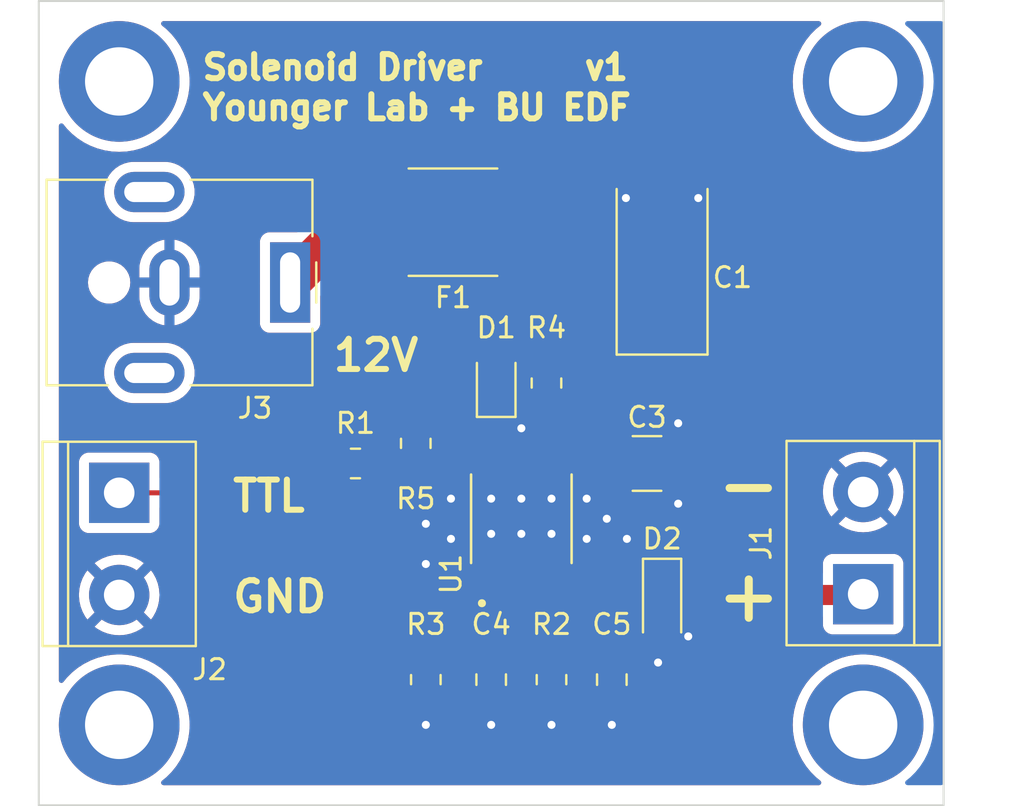
<source format=kicad_pcb>
(kicad_pcb (version 20221018) (generator pcbnew)
  (layers (0 "F.Cu" signal) (31 "B.Cu" signal) (34 "B.Paste" user) (35 "F.Paste" user) (36 "B.SilkS" user "B.Silkscreen") (37 "F.SilkS" user "F.Silkscreen") (38 "B.Mask" user) (39 "F.Mask" user) (44 "Edge.Cuts" user))
  (net 0 "")
  (net 1 "+12V")
  (net 2 "GND")
  (net 3 "/delay")
  (net 4 "Net-(U1-BOOT)")
  (net 5 "/fault")
  (net 6 "Net-(D1-A)")
  (net 7 "/out")
  (net 8 "/12V_IN")
  (net 9 "/freq")
  (net 10 "/duty")
  (net 11 "/in")
  (net 12 "/in_term")
  (footprint "Resistor_SMD:R_0805_2012Metric" (layer "F.Cu") (at 145.25 125.75 90)
    (fp_text reference "R3" (at 2.75 0 180) (layer "F.SilkS"))
    (fp_text value "162k")
    (fp_line (start -0.227064 -0.735) (end 0.227064 -0.735) (stroke (width 0.12)) (layer "F.SilkS"))
    (fp_line (start -0.227064 0.735) (end 0.227064 0.735) (stroke (width 0.12)) (layer "F.SilkS"))
    (pad "1" smd roundrect (at -0.9125 0 90) (size 1.025 1.4) (layers "F.Cu" "F.Paste" "F.Mask") (roundrect_rratio 0.243902439) (net 2 "GND"))
    (pad "2" smd roundrect (at 0.9125 0 90) (size 1.025 1.4) (layers "F.Cu" "F.Paste" "F.Mask") (roundrect_rratio 0.243902439) (net 10 "/duty"))
  )
  (footprint "Resistor_SMD:R_0805_2012Metric" (layer "F.Cu") (at 141.75 115)
    (fp_text reference "R1" (at 0 -2) (layer "F.SilkS"))
    (fp_text value "49R9")
    (fp_line (start -0.227064 -0.735) (end 0.227064 -0.735) (stroke (width 0.12)) (layer "F.SilkS"))
    (fp_line (start -0.227064 0.735) (end 0.227064 0.735) (stroke (width 0.12)) (layer "F.SilkS"))
    (pad "1" smd roundrect (at -0.9125 0) (size 1.025 1.4) (layers "F.Cu" "F.Paste" "F.Mask") (roundrect_rratio 0.243902439) (net 11 "/in"))
    (pad "2" smd roundrect (at 0.9125 0) (size 1.025 1.4) (layers "F.Cu" "F.Paste" "F.Mask") (roundrect_rratio 0.243902439) (net 12 "/in_term"))
  )
  (footprint "Capacitor_SMD:C_1210_3225Metric" (layer "F.Cu") (at 156.25 115)
    (fp_text reference "C3" (at 0 -2.3) (layer "F.SilkS"))
    (fp_text value "10uF")
    (fp_line (start -0.711252 -1.36) (end 0.711252 -1.36) (stroke (width 0.12)) (layer "F.SilkS"))
    (fp_line (start -0.711252 1.36) (end 0.711252 1.36) (stroke (width 0.12)) (layer "F.SilkS"))
    (pad "1" smd roundrect (at -1.475 0) (size 1.15 2.7) (layers "F.Cu" "F.Paste" "F.Mask") (roundrect_rratio 0.2173913043) (net 1 "+12V"))
    (pad "2" smd roundrect (at 1.475 0) (size 1.15 2.7) (layers "F.Cu" "F.Paste" "F.Mask") (roundrect_rratio 0.2173913043) (net 2 "GND"))
  )
  (footprint "Fuse:Fuse_2920_7451Metric" (layer "F.Cu") (at 146.6 103)
    (fp_text reference "F1" (at 0 3.75) (layer "F.SilkS"))
    (fp_text value "0ZCF0125FF2C")
    (fp_line (start -2.203752 -2.67) (end 2.203752 -2.67) (stroke (width 0.12)) (layer "F.SilkS"))
    (fp_line (start -2.203752 2.67) (end 2.203752 2.67) (stroke (width 0.12)) (layer "F.SilkS"))
    (pad "1" smd roundrect (at -3.3875 0) (size 1.925 5.45) (layers "F.Cu" "F.Paste" "F.Mask") (roundrect_rratio 0.1298701299) (net 8 "/12V_IN"))
    (pad "2" smd roundrect (at 3.3875 0) (size 1.925 5.45) (layers "F.Cu" "F.Paste" "F.Mask") (roundrect_rratio 0.1298701299) (net 1 "+12V"))
  )
  (footprint "Resistor_SMD:R_0805_2012Metric" (layer "F.Cu") (at 144.75 114 -90)
    (fp_text reference "R5" (at 2.75 0 -180) (layer "F.SilkS"))
    (fp_text value "4k7")
    (fp_line (start -0.227064 -0.735) (end 0.227064 -0.735) (stroke (width 0.12)) (layer "F.SilkS"))
    (fp_line (start -0.227064 0.735) (end 0.227064 0.735) (stroke (width 0.12)) (layer "F.SilkS"))
    (pad "1" smd roundrect (at -0.9125 0 270) (size 1.025 1.4) (layers "F.Cu" "F.Paste" "F.Mask") (roundrect_rratio 0.243902439) (net 2 "GND"))
    (pad "2" smd roundrect (at 0.9125 0 270) (size 1.025 1.4) (layers "F.Cu" "F.Paste" "F.Mask") (roundrect_rratio 0.243902439) (net 12 "/in_term"))
  )
  (footprint "driver-v0:IC_TPS27S100BPWPR" (layer "F.Cu") (at 150 117.75 90)
    (fp_text reference "U1" (at -2.75 -3.5 90) (layer "F.SilkS"))
    (fp_text value "DRV104PWP")
    (fp_line (start -2.2 -2.5) (end 2.2 -2.5) (stroke (width 0.127)) (layer "F.SilkS"))
    (fp_line (start -2.2 2.5) (end 2.2 2.5) (stroke (width 0.127)) (layer "F.SilkS"))
    (fp_circle (center -4.2 -1.96) (end -4.1 -1.96) (stroke (width 0.2)) (fill none) (layer "F.SilkS"))
    (pad "1" smd rect (at -2.8 -1.95 90) (size 1.6 0.3) (layers "F.Cu" "F.Mask") (net 10 "/duty"))
    (pad "2" smd rect (at -2.8 -1.3 90) (size 1.6 0.3) (layers "F.Cu" "F.Mask") (net 3 "/delay"))
    (pad "3" smd rect (at -2.8 -0.65 90) (size 1.6 0.3) (layers "F.Cu" "F.Mask") (net 9 "/freq"))
    (pad "4" smd rect (at -2.8 0 90) (size 1.6 0.3) (layers "F.Cu" "F.Mask"))
    (pad "5" smd rect (at -2.8 0.65 90) (size 1.6 0.3) (layers "F.Cu" "F.Mask") (net 4 "Net-(U1-BOOT)"))
    (pad "6" smd rect (at -2.8 1.3 90) (size 1.6 0.3) (layers "F.Cu" "F.Mask") (net 7 "/out"))
    (pad "7" smd rect (at -2.8 1.95 90) (size 1.6 0.3) (layers "F.Cu" "F.Mask") (net 7 "/out"))
    (pad "8" smd rect (at 2.8 1.95 90) (size 1.6 0.3) (layers "F.Cu" "F.Mask") (net 1 "+12V"))
    (pad "9" smd rect (at 2.8 1.3 90) (size 1.6 0.3) (layers "F.Cu" "F.Mask") (net 1 "+12V"))
    (pad "10" smd rect (at 2.8 0.65 90) (size 1.6 0.3) (layers "F.Cu" "F.Mask") (net 1 "+12V"))
    (pad "11" smd rect (at 2.8 0 90) (size 1.6 0.3) (layers "F.Cu" "F.Mask") (net 2 "GND"))
    (pad "12" smd rect (at 2.8 -0.65 90) (size 1.6 0.3) (layers "F.Cu" "F.Mask"))
    (pad "13" smd rect (at 2.8 -1.3 90) (size 1.6 0.3) (layers "F.Cu" "F.Mask") (net 5 "/fault"))
    (pad "14" smd rect (at 2.8 -1.95 90) (size 1.6 0.3) (layers "F.Cu" "F.Mask") (net 12 "/in_term"))
    (pad "15" smd rect (at 0 0 90) (size 3.4 5) (layers "F.Cu") (net 2 "GND"))
  )
  (footprint "Diode_SMD:Nexperia_CFP3_SOD-123W" (layer "F.Cu") (at 157 122 -90)
    (fp_text reference "D2" (at -3.25 0 -180) (layer "F.SilkS"))
    (fp_text value "PMEG10010ELRX")
    (fp_line (start -2.26 -0.95) (end -2.26 0.95) (stroke (width 0.12)) (layer "F.SilkS"))
    (fp_line (start -2.26 -0.95) (end 1.4 -0.95) (stroke (width 0.12)) (layer "F.SilkS"))
    (fp_line (start -2.26 0.95) (end 1.4 0.95) (stroke (width 0.12)) (layer "F.SilkS"))
    (pad "1" smd rect (at -1.4 0 270) (size 1.2 1.2) (layers "F.Cu" "F.Paste" "F.Mask") (net 7 "/out"))
    (pad "2" smd rect (at 1.4 0 270) (size 1.2 1.2) (layers "F.Cu" "F.Paste" "F.Mask") (net 2 "GND"))
  )
  (footprint "TerminalBlock:TerminalBlock_bornier-2_P5.08mm" (layer "F.Cu") (at 130 116.46 -90)
    (fp_text reference "J2" (at 8.79 -4.5 -180) (layer "F.SilkS"))
    (fp_text value "Screw_Terminal_01x02")
    (fp_line (start -2.54 -3.81) (end -2.54 3.81) (stroke (width 0.12)) (layer "F.SilkS"))
    (fp_line (start -2.54 3.81) (end 7.62 3.81) (stroke (width 0.12)) (layer "F.SilkS"))
    (fp_line (start 7.62 -3.81) (end -2.54 -3.81) (stroke (width 0.12)) (layer "F.SilkS"))
    (fp_line (start 7.62 2.54) (end -2.54 2.54) (stroke (width 0.12)) (layer "F.SilkS"))
    (fp_line (start 7.62 3.81) (end 7.62 -3.81) (stroke (width 0.12)) (layer "F.SilkS"))
    (pad "1" thru_hole rect (at 0 0 270) (size 3 3) (drill 1.52) (layers "*.Cu" "*.Mask") (net 11 "/in"))
    (pad "2" thru_hole circle (at 5.08 0 270) (size 3 3) (drill 1.52) (layers "*.Cu" "*.Mask") (net 2 "GND"))
  )
  (footprint "LED_SMD:LED_0805_2012Metric" (layer "F.Cu") (at 148.75 111 90)
    (fp_text reference "D1" (at 2.75 0 180) (layer "F.SilkS"))
    (fp_text value "LED")
    (fp_line (start -1.685 -0.96) (end -1.685 0.96) (stroke (width 0.12)) (layer "F.SilkS"))
    (fp_line (start -1.685 0.96) (end 1 0.96) (stroke (width 0.12)) (layer "F.SilkS"))
    (fp_line (start 1 -0.96) (end -1.685 -0.96) (stroke (width 0.12)) (layer "F.SilkS"))
    (pad "1" smd roundrect (at -0.9375 0 90) (size 0.975 1.4) (layers "F.Cu" "F.Paste" "F.Mask") (net 5 "/fault"))
    (pad "2" smd roundrect (at 0.9375 0 90) (size 0.975 1.4) (layers "F.Cu" "F.Paste" "F.Mask") (net 6 "Net-(D1-A)"))
  )
  (footprint "Capacitor_SMD:C_0805_2012Metric" (layer "F.Cu") (at 148.5 125.75 90)
    (fp_text reference "C4" (at 2.75 0 180) (layer "F.SilkS"))
    (fp_text value "18nF")
    (fp_line (start -0.261252 -0.735) (end 0.261252 -0.735) (stroke (width 0.12)) (layer "F.SilkS"))
    (fp_line (start -0.261252 0.735) (end 0.261252 0.735) (stroke (width 0.12)) (layer "F.SilkS"))
    (pad "1" smd roundrect (at -0.95 0 90) (size 1 1.45) (layers "F.Cu" "F.Paste" "F.Mask") (net 2 "GND"))
    (pad "2" smd roundrect (at 0.95 0 90) (size 1 1.45) (layers "F.Cu" "F.Paste" "F.Mask") (net 3 "/delay"))
  )
  (footprint "Resistor_SMD:R_0805_2012Metric" (layer "F.Cu") (at 151.5 125.75 90)
    (fp_text reference "R2" (at 2.75 0 180) (layer "F.SilkS"))
    (fp_text value "191k")
    (fp_line (start -0.227064 -0.735) (end 0.227064 -0.735) (stroke (width 0.12)) (layer "F.SilkS"))
    (fp_line (start -0.227064 0.735) (end 0.227064 0.735) (stroke (width 0.12)) (layer "F.SilkS"))
    (pad "1" smd roundrect (at -0.9125 0 90) (size 1.025 1.4) (layers "F.Cu" "F.Paste" "F.Mask") (roundrect_rratio 0.243902439) (net 2 "GND"))
    (pad "2" smd roundrect (at 0.9125 0 90) (size 1.025 1.4) (layers "F.Cu" "F.Paste" "F.Mask") (roundrect_rratio 0.243902439) (net 9 "/freq"))
  )
  (footprint "Connector_BarrelJack:BarrelJack_CUI_PJ-063AH_Horizontal" (layer "F.Cu") (at 138.5 106 -90)
    (fp_text reference "J3" (at 6.25 1.75 -180) (layer "F.SilkS"))
    (fp_text value "Barrel_Jack")
    (fp_line (start -5.11 -1.11) (end -2.3 -1.11) (stroke (width 0.12)) (layer "F.SilkS"))
    (fp_line (start -5.11 4.95) (end -5.11 -1.11) (stroke (width 0.12)) (layer "F.SilkS"))
    (fp_line (start -5.11 12.11) (end -5.11 9.05) (stroke (width 0.12)) (layer "F.SilkS"))
    (fp_line (start -1 -1.3) (end 1 -1.3) (stroke (width 0.12)) (layer "F.SilkS"))
    (fp_line (start 2.3 -1.11) (end 5.11 -1.11) (stroke (width 0.12)) (layer "F.SilkS"))
    (fp_line (start 5.11 -1.11) (end 5.11 4.95) (stroke (width 0.12)) (layer "F.SilkS"))
    (fp_line (start 5.11 9.05) (end 5.11 12.11) (stroke (width 0.12)) (layer "F.SilkS"))
    (fp_line (start 5.11 12.11) (end -5.11 12.11) (stroke (width 0.12)) (layer "F.SilkS"))
    (pad "" np_thru_hole circle (at 0 9 270) (size 1.6 1.6) (drill 1.6) (layers "*.Cu" "*.Mask"))
    (pad "1" thru_hole rect (at 0 0 270) (size 4 2) (drill oval 3 1) (layers "*.Cu" "*.Mask") (net 8 "/12V_IN"))
    (pad "2" thru_hole oval (at 0 6 270) (size 3.3 2) (drill oval 2.3 1) (layers "*.Cu" "*.Mask") (net 2 "GND"))
    (pad "MP" thru_hole oval (at -4.5 7 270) (size 2 3.5) (drill oval 1 2.5) (layers "*.Cu" "*.Mask"))
    (pad "MP" thru_hole oval (at 4.5 7 270) (size 2 3.5) (drill oval 1 2.5) (layers "*.Cu" "*.Mask"))
  )
  (footprint "Resistor_SMD:R_0805_2012Metric" (layer "F.Cu") (at 151.25 111 90)
    (fp_text reference "R4" (at 2.75 0) (layer "F.SilkS"))
    (fp_text value "4k7")
    (fp_line (start -0.227064 -0.735) (end 0.227064 -0.735) (stroke (width 0.12)) (layer "F.SilkS"))
    (fp_line (start -0.227064 0.735) (end 0.227064 0.735) (stroke (width 0.12)) (layer "F.SilkS"))
    (pad "1" smd roundrect (at -0.9125 0 90) (size 1.025 1.4) (layers "F.Cu" "F.Paste" "F.Mask") (roundrect_rratio 0.243902439) (net 1 "+12V"))
    (pad "2" smd roundrect (at 0.9125 0 90) (size 1.025 1.4) (layers "F.Cu" "F.Paste" "F.Mask") (roundrect_rratio 0.243902439) (net 6 "Net-(D1-A)"))
  )
  (footprint "Capacitor_SMD:C_0805_2012Metric" (layer "F.Cu") (at 154.5 125.75 90)
    (fp_text reference "C5" (at 2.75 0 180) (layer "F.SilkS"))
    (fp_text value "470pF")
    (fp_line (start -0.261252 -0.735) (end 0.261252 -0.735) (stroke (width 0.12)) (layer "F.SilkS"))
    (fp_line (start -0.261252 0.735) (end 0.261252 0.735) (stroke (width 0.12)) (layer "F.SilkS"))
    (pad "1" smd roundrect (at -0.95 0 90) (size 1 1.45) (layers "F.Cu" "F.Paste" "F.Mask") (net 2 "GND"))
    (pad "2" smd roundrect (at 0.95 0 90) (size 1 1.45) (layers "F.Cu" "F.Paste" "F.Mask") (net 4 "Net-(U1-BOOT)"))
  )
  (footprint "TerminalBlock:TerminalBlock_bornier-2_P5.08mm" (layer "F.Cu") (at 167 121.5 90)
    (fp_text reference "J1" (at 2.54 -5.08 90) (layer "F.SilkS"))
    (fp_text value "Screw_Terminal_01x02")
    (fp_line (start -2.54 -3.81) (end -2.54 3.81) (stroke (width 0.12)) (layer "F.SilkS"))
    (fp_line (start -2.54 3.81) (end 7.62 3.81) (stroke (width 0.12)) (layer "F.SilkS"))
    (fp_line (start 7.62 -3.81) (end -2.54 -3.81) (stroke (width 0.12)) (layer "F.SilkS"))
    (fp_line (start 7.62 2.54) (end -2.54 2.54) (stroke (width 0.12)) (layer "F.SilkS"))
    (fp_line (start 7.62 3.81) (end 7.62 -3.81) (stroke (width 0.12)) (layer "F.SilkS"))
    (pad "1" thru_hole rect (at 0 0 90) (size 3 3) (drill 1.52) (layers "*.Cu" "*.Mask") (net 7 "/out"))
    (pad "2" thru_hole circle (at 5.08 0 90) (size 3 3) (drill 1.52) (layers "*.Cu" "*.Mask") (net 2 "GND"))
  )
  (footprint "Capacitor_Tantalum_SMD:CP_EIA-7343-43_Kemet-X_Pad2.25x2.55mm_HandSolder" (layer "F.Cu") (at 157 105 90)
    (fp_text reference "C1" (at -0.75 3.5) (layer "F.SilkS"))
    (fp_text value "47uF")
    (fp_line (start -4.585 -2.26) (end -4.585 2.26) (stroke (width 0.12)) (layer "F.SilkS"))
    (fp_line (start -4.585 2.26) (end 3.65 2.26) (stroke (width 0.12)) (layer "F.SilkS"))
    (fp_line (start 3.65 -2.26) (end -4.585 -2.26) (stroke (width 0.12)) (layer "F.SilkS"))
    (pad "1" smd roundrect (at -3.2 0 90) (size 2.25 2.55) (layers "F.Cu" "F.Paste" "F.Mask") (roundrect_rratio 0.1111111111) (net 1 "+12V"))
    (pad "2" smd roundrect (at 3.2 0 90) (size 2.25 2.55) (layers "F.Cu" "F.Paste" "F.Mask") (roundrect_rratio 0.1111111111) (net 2 "GND"))
  )
  (gr_rect (start 126 92) (end 171 132) (stroke (width 0.1)) (fill none) (layer "Edge.Cuts"))
  (gr_text "Younger Lab + BU EDF" (at 134 98) (layer "F.SilkS") (effects (font (size 1.2 1.2) (thickness 0.3) bold) (justify left bottom)))
  (gr_text "Solenoid Driver" (at 134 96) (layer "F.SilkS") (effects (font (size 1.2 1.2) (thickness 0.3) bold) (justify left bottom)))
  (gr_text "-" (at 159.5 117.5) (layer "F.SilkS") (effects (font (size 2.5 2.5) (thickness 0.4)) (justify left bottom)))
  (gr_text "+" (at 159.5 123) (layer "F.SilkS") (effects (font (size 2.5 2.5) (thickness 0.4)) (justify left bottom)))
  (gr_text "TTL" (at 135.5 117.5) (layer "F.SilkS") (effects (font (size 1.5 1.5) (thickness 0.3) bold) (justify left bottom)))
  (gr_text "v1" (at 153 96) (layer "F.SilkS") (effects (font (size 1.2 1.2) (thickness 0.3) bold) (justify left bottom)))
  (gr_text "12V" (at 140.5 110.5) (layer "F.SilkS") (effects (font (size 1.5 1.5) (thickness 0.3) bold) (justify left bottom)))
  (gr_text "GND" (at 135.5 122.5) (layer "F.SilkS") (effects (font (size 1.5 1.5) (thickness 0.3) bold) (justify left bottom)))
  (via (at 167 128) (size 6) (drill 3.4) (layers "F.Cu" "B.Cu") (net 0))
  (via (at 130 96) (size 6) (drill 3.4) (layers "F.Cu" "B.Cu") (net 0))
  (via (at 130 128) (size 6) (drill 3.4) (layers "F.Cu" "B.Cu") (net 0))
  (via (at 167 96) (size 6) (drill 3.4) (layers "F.Cu" "B.Cu") (net 0))
  (segment (start 151.25 111.9125) (end 154.2 111.9125) (width 0.25) (layer "F.Cu") (net 1))
  (segment (start 153.6 108.2) (end 153.2 107.8) (width 1) (layer "F.Cu") (net 1))
  (segment (start 154.775 111.825) (end 154.775 115) (width 1) (layer "F.Cu") (net 1))
  (segment (start 157 108.2) (end 153.6 108.2) (width 1) (layer "F.Cu") (net 1))
  (segment (start 150.1875 103.2) (end 149.9875 103) (width 1) (layer "F.Cu") (net 1))
  (segment (start 150.75 114.95) (end 154.825 114.95) (width 0.5) (layer "F.Cu") (net 1))
  (segment (start 153.2 107.8) (end 153.2 104) (width 1) (layer "F.Cu") (net 1))
  (segment (start 154.775 112.4875) (end 154.2 111.9125) (width 0.25) (layer "F.Cu") (net 1))
  (segment (start 152.4 103.2) (end 150.1875 103.2) (width 1) (layer "F.Cu") (net 1))
  (segment (start 157 109.6) (end 154.775 111.825) (width 1) (layer "F.Cu") (net 1))
  (segment (start 157 108.2) (end 157 109.6) (width 1) (layer "F.Cu") (net 1))
  (segment (start 153.2 104) (end 152.4 103.2) (width 1) (layer "F.Cu") (net 1))
  (segment (start 154.775 115) (end 154.775 112.4875) (width 0.25) (layer "F.Cu") (net 1))
  (segment (start 156.8 123.5) (end 158.2 123.5) (width 0.25) (layer "F.Cu") (net 2))
  (segment (start 150 117.75) (end 150.75 117.75) (width 0.25) (layer "F.Cu") (net 2))
  (segment (start 157.725 116.925) (end 157.8 117) (width 0.25) (layer "F.Cu") (net 2))
  (segment (start 148.5 126.7) (end 148.5 128) (width 0.25) (layer "F.Cu") (net 2))
  (segment (start 157 101.8) (end 158.8 101.8) (width 0.25) (layer "F.Cu") (net 2))
  (segment (start 145.25 126.6625) (end 145.25 128) (width 0.25) (layer "F.Cu") (net 2))
  (segment (start 156.8 124.9) (end 156.8 123.5) (width 0.25) (layer "F.Cu") (net 2))
  (segment (start 157 101.8) (end 155.2 101.8) (width 0.25) (layer "F.Cu") (net 2))
  (segment (start 151.5 126.6625) (end 151.5 128) (width 0.25) (layer "F.Cu") (net 2))
  (segment (start 157.725 113.075) (end 157.8 113) (width 0.25) (layer "F.Cu") (net 2))
  (segment (start 150.75 117.75) (end 151.5 118.5) (width 0.25) (layer "F.Cu") (net 2))
  (segment (start 150 114.95) (end 150 113.25) (width 0.3) (layer "F.Cu") (net 2))
  (segment (start 158.2 123.5) (end 158.3 123.6) (width 0.25) (layer "F.Cu") (net 2))
  (segment (start 154.5 126.7) (end 154.5 128) (width 0.25) (layer "F.Cu") (net 2))
  (segment (start 157.725 115) (end 157.725 116.925) (width 0.25) (layer "F.Cu") (net 2))
  (segment (start 157.725 115) (end 157.725 113.075) (width 0.25) (layer "F.Cu") (net 2))
  (segment (start 150 113.25) (end 150 113) (width 0.25) (layer "F.Cu") (net 2))
  (via (at 150 118.5) (size 0.8) (drill 0.4) (layers "F.Cu" "B.Cu") (net 2))
  (via (at 157.8 117) (size 0.8) (drill 0.4) (layers "F.Cu" "B.Cu") (net 2))
  (via (at 158.8 101.8) (size 0.8) (drill 0.4) (layers "F.Cu" "B.Cu") (net 2))
  (via (at 151.5 118.5) (size 0.8) (drill 0.4) (layers "F.Cu" "B.Cu") (net 2))
  (via (at 145.25 120) (size 0.8) (drill 0.4) (layers "F.Cu" "B.Cu") (net 2))
  (via (at 153.25 118.75) (size 0.8) (drill 0.4) (layers "F.Cu" "B.Cu") (net 2))
  (via (at 148.5 118.5) (size 0.8) (drill 0.4) (layers "F.Cu" "B.Cu") (net 2))
  (via (at 151.5 116.75) (size 0.8) (drill 0.4) (layers "F.Cu" "B.Cu") (net 2))
  (via (at 146.5 118.75) (size 0.8) (drill 0.4) (layers "F.Cu" "B.Cu") (net 2))
  (via (at 154.25 117.75) (size 0.8) (drill 0.4) (layers "F.Cu" "B.Cu") (net 2))
  (via (at 157.8 113) (size 0.8) (drill 0.4) (layers "F.Cu" "B.Cu") (net 2))
  (via (at 158.3 123.6) (size 0.8) (drill 0.4) (layers "F.Cu" "B.Cu") (net 2))
  (via (at 153.25 116.75) (size 0.8) (drill 0.4) (layers "F.Cu" "B.Cu") (net 2))
  (via (at 156.8 124.9) (size 0.8) (drill 0.4) (layers "F.Cu" "B.Cu") (net 2))
  (via (at 155.2 101.8) (size 0.8) (drill 0.4) (layers "F.Cu" "B.Cu") (net 2))
  (via (at 154.5 128) (size 0.8) (drill 0.4) (layers "F.Cu" "B.Cu") (net 2))
  (via (at 148.5 128) (size 0.8) (drill 0.4) (layers "F.Cu" "B.Cu") (net 2))
  (via (at 155.25 118.75) (size 0.8) (drill 0.4) (layers "F.Cu" "B.Cu") (net 2))
  (via (at 151.5 128) (size 0.8) (drill 0.4) (layers "F.Cu" "B.Cu") (net 2))
  (via (at 145.25 118) (size 0.8) (drill 0.4) (layers "F.Cu" "B.Cu") (net 2))
  (via (at 148.5 116.75) (size 0.8) (drill 0.4) (layers "F.Cu" "B.Cu") (net 2))
  (via (at 150 113.25) (size 0.8) (drill 0.4) (layers "F.Cu" "B.Cu") (net 2))
  (via (at 145.25 128) (size 0.8) (drill 0.4) (layers "F.Cu" "B.Cu") (net 2))
  (via (at 150 116.75) (size 0.8) (drill 0.4) (layers "F.Cu" "B.Cu") (net 2))
  (via (at 146.5 116.75) (size 0.8) (drill 0.4) (layers "F.Cu" "B.Cu") (net 2))
  (segment (start 148.7 120.55) (end 148.7 123.6) (width 0.25) (layer "F.Cu") (net 3))
  (segment (start 148.5 123.8) (end 148.5 124.8) (width 0.25) (layer "F.Cu") (net 3))
  (segment (start 148.7 123.6) (end 148.5 123.8) (width 0.25) (layer "F.Cu") (net 3))
  (segment (start 154 123) (end 152 123) (width 0.25) (layer "F.Cu") (net 4))
  (segment (start 152 123) (end 150.65 121.65) (width 0.25) (layer "F.Cu") (net 4))
  (segment (start 154.5 124.8) (end 154.5 123.5) (width 0.25) (layer "F.Cu") (net 4))
  (segment (start 154.5 123.5) (end 154 123) (width 0.25) (layer "F.Cu") (net 4))
  (segment (start 150.65 121.65) (end 150.65 120.55) (width 0.25) (layer "F.Cu") (net 4))
  (segment (start 148.7 111.9875) (end 148.7 114.95) (width 0.25) (layer "F.Cu") (net 5))
  (segment (start 148.75 111.9375) (end 148.7 111.9875) (width 0.25) (layer "F.Cu") (net 5))
  (segment (start 148.75 110.0625) (end 151.225 110.0625) (width 0.25) (layer "F.Cu") (net 6))
  (segment (start 151.225 110.0625) (end 151.25 110.0875) (width 0.25) (layer "F.Cu") (net 6))
  (segment (start 152.15 120.75) (end 151.95 120.55) (width 0.5) (layer "F.Cu") (net 7))
  (segment (start 161.5 120.4) (end 153.35 120.4) (width 1) (layer "F.Cu") (net 7))
  (segment (start 166.96 121.54) (end 162.64 121.54) (width 1) (layer "F.Cu") (net 7))
  (segment (start 151.95 120.55) (end 151.5 120.55) (width 0.5) (layer "F.Cu") (net 7))
  (segment (start 162.64 121.54) (end 161.5 120.4) (width 1) (layer "F.Cu") (net 7))
  (segment (start 167 121.5) (end 166.96 121.54) (width 1) (layer "F.Cu") (net 7))
  (segment (start 153.35 120.4) (end 153 120.75) (width 1) (layer "F.Cu") (net 7))
  (segment (start 153 120.75) (end 152.15 120.75) (width 0.5) (layer "F.Cu") (net 7))
  (segment (start 141.5 103) (end 138.5 106) (width 2) (layer "F.Cu") (net 8))
  (segment (start 143.2125 103) (end 141.5 103) (width 2) (layer "F.Cu") (net 8))
  (segment (start 151.5 124.15) (end 149.35 122) (width 0.25) (layer "F.Cu") (net 9))
  (segment (start 149.35 122) (end 149.35 120.55) (width 0.25) (layer "F.Cu") (net 9))
  (segment (start 151.5 124.8375) (end 151.5 124.15) (width 0.25) (layer "F.Cu") (net 9))
  (segment (start 148.05 121.95) (end 148.05 120.55) (width 0.25) (layer "F.Cu") (net 10))
  (segment (start 147.2 122.8) (end 148.05 121.95) (width 0.25) (layer "F.Cu") (net 10))
  (segment (start 145.25 124.8375) (end 145.25 123.35) (width 0.25) (layer "F.Cu") (net 10))
  (segment (start 145.25 123.35) (end 145.8 122.8) (width 0.25) (layer "F.Cu") (net 10))
  (segment (start 145.8 122.8) (end 147.2 122.8) (width 0.25) (layer "F.Cu") (net 10))
  (segment (start 140.8375 115) (end 138.46 115) (width 0.25) (layer "F.Cu") (net 11))
  (segment (start 138.46 115) (end 137 116.46) (width 0.25) (layer "F.Cu") (net 11))
  (segment (start 137 116.46) (end 130 116.46) (width 0.25) (layer "F.Cu") (net 11))
  (segment (start 148.05 114.95) (end 142.7125 114.95) (width 0.25) (layer "F.Cu") (net 12))
  (segment (start 142.7125 114.95) (end 142.6625 115) (width 0.25) (layer "F.Cu") (net 12))
  (zone (net 2) (net_name "GND") (layer "F.Cu") (connect_pads (clearance 0.5)) (min_thickness 0.25) (fill yes (thermal_gap 0.5) (thermal_bridge_width 0.5))
    (polygon (pts (xy 127 131) (xy 127 93) (xy 170 93) (xy 170 131)))
  )
  (zone (net 2) (net_name "GND") (layer "B.Cu") (connect_pads (clearance 0.5)) (min_thickness 0.25) (fill yes (thermal_gap 0.5) (thermal_bridge_width 0.5))
    (polygon (pts (xy 127 131) (xy 127 93) (xy 175 93) (xy 175 131)))
  )
)
</source>
